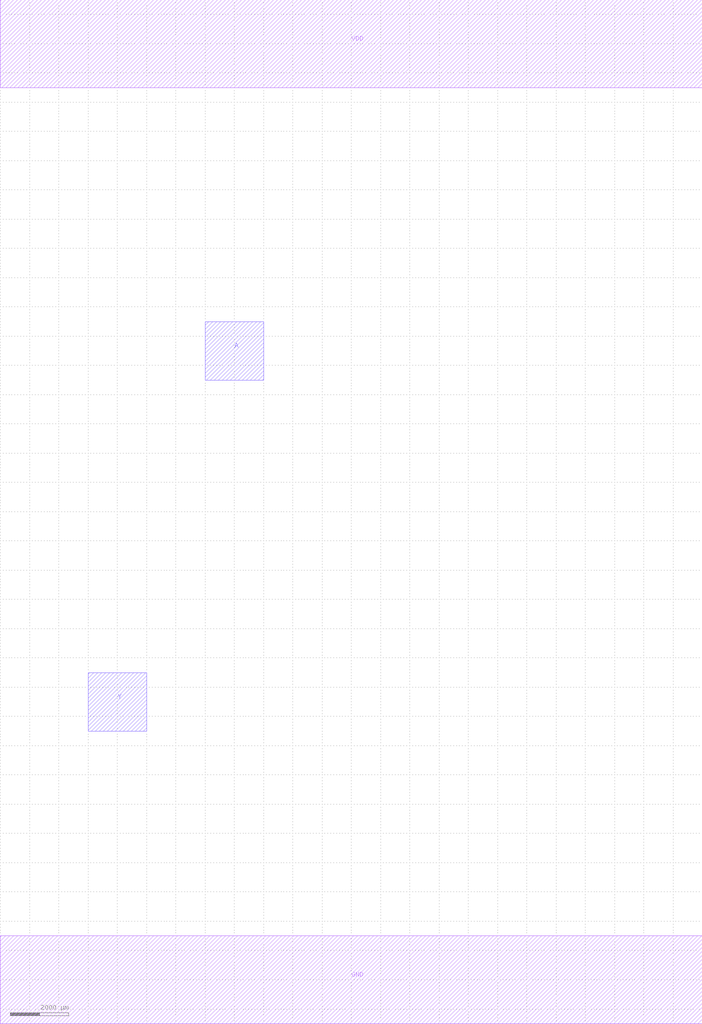
<source format=lef>
MACRO INVX4
 CLASS CORE ;
 ORIGIN 0 0 ;
 FOREIGN INVX4 0 0 ;
 SITE CORE ;
 SYMMETRY X Y R90 ;
  PIN VDD
   DIRECTION INOUT ;
   USE SIGNAL ;
   SHAPE ABUTMENT ;
    PORT
     CLASS CORE ;
       LAYER metal1 ;
        RECT 0.00000000 30500.00000000 24000.00000000 33500.00000000 ;
    END
  END VDD

  PIN GND
   DIRECTION INOUT ;
   USE SIGNAL ;
   SHAPE ABUTMENT ;
    PORT
     CLASS CORE ;
       LAYER metal1 ;
        RECT 0.00000000 -1500.00000000 24000.00000000 1500.00000000 ;
    END
  END GND

  PIN A
   DIRECTION INOUT ;
   USE SIGNAL ;
   SHAPE ABUTMENT ;
    PORT
     CLASS CORE ;
       LAYER metal2 ;
        RECT 7000.00000000 20500.00000000 9000.00000000 22500.00000000 ;
    END
  END A

  PIN Y
   DIRECTION INOUT ;
   USE SIGNAL ;
   SHAPE ABUTMENT ;
    PORT
     CLASS CORE ;
       LAYER metal2 ;
        RECT 3000.00000000 8500.00000000 5000.00000000 10500.00000000 ;
    END
  END Y


END INVX4

</source>
